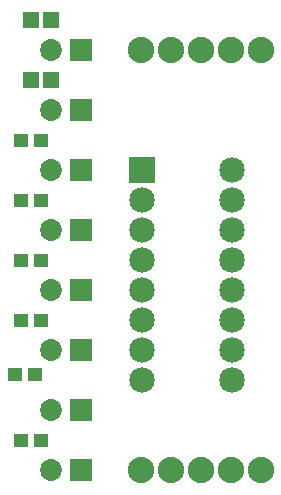
<source format=gbs>
G04 MADE WITH FRITZING*
G04 WWW.FRITZING.ORG*
G04 DOUBLE SIDED*
G04 HOLES PLATED*
G04 CONTOUR ON CENTER OF CONTOUR VECTOR*
%ASAXBY*%
%FSLAX23Y23*%
%MOIN*%
%OFA0B0*%
%SFA1.0B1.0*%
%ADD10C,0.072992*%
%ADD11C,0.085000*%
%ADD12C,0.088000*%
%ADD13R,0.072992X0.072992*%
%ADD14R,0.085000X0.085000*%
%ADD15R,0.057244X0.053307*%
%ADD16C,0.010000*%
%LNMASK0*%
G90*
G70*
G54D10*
X268Y1577D03*
X169Y1577D03*
X268Y577D03*
X169Y577D03*
X268Y777D03*
X169Y777D03*
X268Y177D03*
X169Y177D03*
X268Y377D03*
X169Y377D03*
X268Y977D03*
X169Y977D03*
X268Y1177D03*
X169Y1177D03*
X268Y1377D03*
X169Y1377D03*
G54D11*
X472Y1177D03*
X772Y1177D03*
X472Y1077D03*
X772Y1077D03*
X472Y977D03*
X772Y977D03*
X472Y877D03*
X772Y877D03*
X472Y777D03*
X772Y777D03*
X472Y677D03*
X772Y677D03*
X472Y577D03*
X772Y577D03*
X472Y477D03*
X772Y477D03*
G54D12*
X869Y177D03*
X769Y177D03*
X669Y177D03*
X569Y177D03*
X469Y177D03*
X469Y1577D03*
X569Y1577D03*
X669Y1577D03*
X769Y1577D03*
X869Y1577D03*
G54D13*
X268Y1577D03*
X268Y577D03*
X268Y777D03*
X268Y177D03*
X268Y377D03*
X268Y977D03*
X268Y1177D03*
X268Y1377D03*
G54D14*
X472Y1177D03*
G54D15*
X169Y1677D03*
X102Y1677D03*
X169Y1477D03*
X102Y1477D03*
G54D16*
G36*
X46Y1255D02*
X46Y1298D01*
X93Y1298D01*
X93Y1255D01*
X46Y1255D01*
G37*
D02*
G36*
X113Y1255D02*
X113Y1298D01*
X160Y1298D01*
X160Y1255D01*
X113Y1255D01*
G37*
D02*
G36*
X46Y1055D02*
X46Y1098D01*
X93Y1098D01*
X93Y1055D01*
X46Y1055D01*
G37*
D02*
G36*
X113Y1055D02*
X113Y1098D01*
X160Y1098D01*
X160Y1055D01*
X113Y1055D01*
G37*
D02*
G36*
X46Y855D02*
X46Y898D01*
X93Y898D01*
X93Y855D01*
X46Y855D01*
G37*
D02*
G36*
X113Y855D02*
X113Y898D01*
X160Y898D01*
X160Y855D01*
X113Y855D01*
G37*
D02*
G36*
X46Y655D02*
X46Y698D01*
X93Y698D01*
X93Y655D01*
X46Y655D01*
G37*
D02*
G36*
X113Y655D02*
X113Y698D01*
X160Y698D01*
X160Y655D01*
X113Y655D01*
G37*
D02*
G36*
X26Y474D02*
X26Y517D01*
X73Y517D01*
X73Y474D01*
X26Y474D01*
G37*
D02*
G36*
X93Y474D02*
X93Y517D01*
X140Y517D01*
X140Y474D01*
X93Y474D01*
G37*
D02*
G36*
X46Y255D02*
X46Y298D01*
X93Y298D01*
X93Y255D01*
X46Y255D01*
G37*
D02*
G36*
X113Y255D02*
X113Y298D01*
X160Y298D01*
X160Y255D01*
X113Y255D01*
G37*
D02*
G04 End of Mask0*
M02*
</source>
